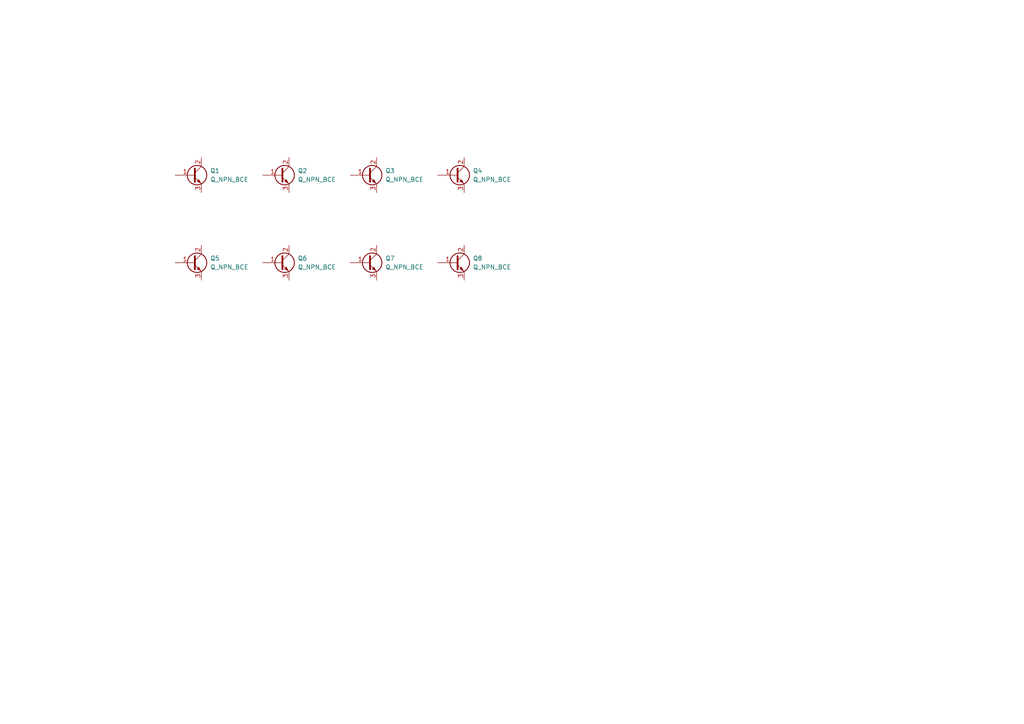
<source format=kicad_sch>
(kicad_sch (version 20231120) (generator "eeschema") (generator_version "8.0")
  (paper "A4")
  (lib_symbols
    (symbol "Device:Q_NPN_BCE" (pin_names (offset 0) hide)
      (property "Reference" "Q" (at 5.08 1.27 0))
      (property "Value" "Q_NPN_BCE" (at 5.08 -1.27 0))
      (symbol "Q_NPN_BCE_0_1"
        (polyline (pts (xy 0.635 0.635) (xy 2.54 2.54)))
        (polyline (pts (xy 0.635 -0.635) (xy 2.54 -2.54) (xy 2.54 -2.54)))
        (polyline (pts (xy 0.635 1.905) (xy 0.635 -1.905) (xy 0.635 -1.905)) (stroke (width 0.508)))
        (polyline (pts (xy 1.27 -1.778) (xy 1.778 -1.27) (xy 2.286 -2.286) (xy 1.27 -1.778) (xy 1.27 -1.778)) (fill (type outline)))
        (circle (center 1.27 0) (radius 2.8194) (stroke (width 0.254)))
      )
      (symbol "Q_NPN_BCE_1_1"
        (pin input line (at -5.08 0 0) (length 5.715) (name "B") (number "1"))
        (pin passive line (at 2.54 5.08 270) (length 2.54) (name "C") (number "2"))
        (pin passive line (at 2.54 -5.08 90) (length 2.54) (name "E") (number "3"))
      )
    )
  )
  (symbol (lib_id "Device:Q_NPN_BCE") (at 55.88 50.8 0) (unit 1)
    (property "Reference" "Q1" (at 60.96 49.53 0) (effects (justify left)))
    (property "Value" "Q_NPN_BCE" (at 60.96 52.07 0) (effects (justify left)))
    (property "Footprint" "Package_TO_SOT_SMD:SOT-23-3" (effects (hide yes)))
  )
  (symbol (lib_id "Device:Q_NPN_BCE") (at 106.68 76.2 0) (unit 1)
    (property "Reference" "Q7" (at 111.76 74.93 0) (effects (justify left)))
    (property "Value" "Q_NPN_BCE" (at 111.76 77.47 0) (effects (justify left)))
    (property "Footprint" "Package_TO_SOT_SMD:SOT-23-3" (effects (hide yes)))
    (property "JLCRotOffset" "270" (effects (hide yes)))
  )
  (symbol (lib_id "Device:Q_NPN_BCE") (at 81.28 76.2 0) (unit 1)
    (property "Reference" "Q6" (at 86.36 74.93 0) (effects (justify left)))
    (property "Value" "Q_NPN_BCE" (at 86.36 77.47 0) (effects (justify left)))
    (property "Footprint" "Package_TO_SOT_SMD:SOT-23" (effects (hide yes)))
  )
  (symbol (lib_id "Device:Q_NPN_BCE") (at 55.88 76.2 0) (unit 1)
    (property "Reference" "Q5" (at 60.96 74.93 0) (effects (justify left)))
    (property "Value" "Q_NPN_BCE" (at 60.96 77.47 0) (effects (justify left)))
    (property "Footprint" "Package_TO_SOT_SMD:SOT-23-3" (effects (hide yes)))
  )
  (symbol (lib_id "Device:Q_NPN_BCE") (at 81.28 50.8 0) (unit 1)
    (property "Reference" "Q2" (at 86.36 49.53 0) (effects (justify left)))
    (property "Value" "Q_NPN_BCE" (at 86.36 52.07 0) (effects (justify left)))
    (property "Footprint" "Package_TO_SOT_SMD:SOT-23-3" (effects (hide yes)))
  )
  (symbol (lib_id "Device:Q_NPN_BCE") (at 106.68 50.8 0) (unit 1)
    (property "Reference" "Q3" (at 111.76 49.53 0) (effects (justify left)))
    (property "Value" "Q_NPN_BCE" (at 111.76 52.07 0) (effects (justify left)))
    (property "Footprint" "Package_TO_SOT_SMD:SOT-23-3" (effects (hide yes)))
    (property "JLCRotOffset" "270" (effects (hide yes)))
  )
  (symbol (lib_id "Device:Q_NPN_BCE") (at 132.08 50.8 0) (unit 1)
    (property "Reference" "Q4" (at 137.16 49.53 0) (effects (justify left)))
    (property "Value" "Q_NPN_BCE" (at 137.16 52.07 0) (effects (justify left)))
    (property "Footprint" "Package_TO_SOT_SMD:SOT-23-3" (effects (hide yes)))
    (property "JLCPosOffset" "1,1" (effects (hide yes)))
  )
  (symbol (lib_id "Device:Q_NPN_BCE") (at 132.08 76.2 0) (unit 1)
    (property "Reference" "Q8" (at 137.16 74.93 0) (effects (justify left)))
    (property "Value" "Q_NPN_BCE" (at 137.16 77.47 0) (effects (justify left)))
    (property "Footprint" "Package_TO_SOT_SMD:SOT-23-3" (effects (hide yes)))
    (property "JLCPosOffset" "1,1" (effects (hide yes)))
  )
)
</source>
